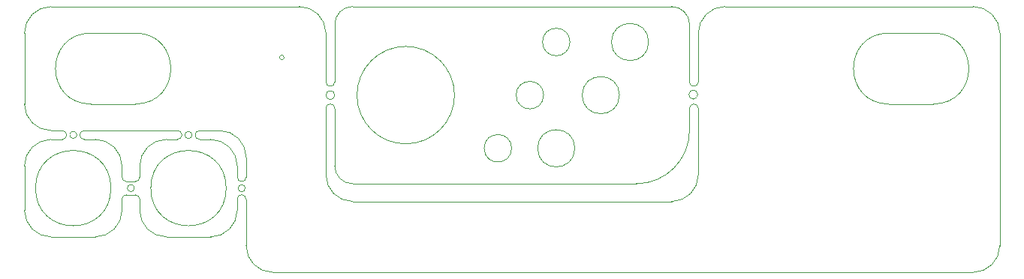
<source format=gko>
G04 Layer_Color=16711935*
%FSLAX43Y43*%
%MOMM*%
G71*
G01*
G75*
%ADD30C,0.013*%
D30*
X5965Y15557D02*
G03*
X5965Y15557I-400J0D01*
G01*
X18965D02*
G03*
X18965Y15557I-400J0D01*
G01*
X24965Y9557D02*
G03*
X24965Y9557I-400J0D01*
G01*
X12465D02*
G03*
X12465Y9557I-400J0D01*
G01*
X21065Y4057D02*
G03*
X24065Y7057I0J3000D01*
G01*
X25065Y8307D02*
G03*
X24065Y8307I-500J0D01*
G01*
X25065Y3057D02*
G03*
X28065Y57I3000J0D01*
G01*
X107065D02*
G03*
X110065Y3057I0J3000D01*
G01*
Y27057D02*
G03*
X107065Y30057I-3000J0D01*
G01*
X79065D02*
G03*
X76065Y27057I0J-3000D01*
G01*
X75065Y21557D02*
G03*
X76065Y21557I500J0D01*
G01*
X75065Y28057D02*
G03*
X73065Y30057I-2000J0D01*
G01*
X37065D02*
G03*
X35065Y28057I0J-2000D01*
G01*
X34065Y21557D02*
G03*
X35065Y21557I500J0D01*
G01*
X34065Y27057D02*
G03*
X31065Y30057I-3000J0D01*
G01*
X3065D02*
G03*
X65Y27057I0J-3000D01*
G01*
Y19057D02*
G03*
X3065Y16057I3000J0D01*
G01*
X4315Y15057D02*
G03*
X4315Y16057I0J500D01*
G01*
X3065Y15057D02*
G03*
X65Y12057I0J-3000D01*
G01*
Y7057D02*
G03*
X3065Y4057I3000J0D01*
G01*
X8065D02*
G03*
X11065Y7057I0J3000D01*
G01*
X11565Y8807D02*
G03*
X11065Y8307I0J-500D01*
G01*
X13065D02*
G03*
X12565Y8807I-500J0D01*
G01*
X13065Y7057D02*
G03*
X16065Y4057I3000J0D01*
G01*
X11065Y10807D02*
G03*
X11565Y10307I500J0D01*
G01*
X11065Y12057D02*
G03*
X8065Y15057I-3000J0D01*
G01*
X6815Y16057D02*
G03*
X6815Y15057I0J-500D01*
G01*
X17315D02*
G03*
X17315Y16057I0J500D01*
G01*
X16065Y15057D02*
G03*
X13065Y12057I0J-3000D01*
G01*
X12565Y10307D02*
G03*
X13065Y10807I0J500D01*
G01*
X24065D02*
G03*
X25065Y10807I500J0D01*
G01*
X24065Y12057D02*
G03*
X21065Y15057I-3000J0D01*
G01*
X19815Y16057D02*
G03*
X19815Y15057I0J-500D01*
G01*
X25065Y13057D02*
G03*
X22065Y16057I-3000J0D01*
G01*
X35065Y20057D02*
G03*
X35065Y20057I-500J0D01*
G01*
X75997Y20117D02*
G03*
X75997Y20117I-500J0D01*
G01*
X61586Y26057D02*
G03*
X61586Y26057I-1550J0D01*
G01*
X58615Y20057D02*
G03*
X58615Y20057I-1550J0D01*
G01*
X55008Y14057D02*
G03*
X55008Y14057I-1550J0D01*
G01*
X29348Y24313D02*
G03*
X29348Y24313I-250J0D01*
G01*
X67165Y20057D02*
G03*
X67165Y20057I-2100J0D01*
G01*
X62136Y14057D02*
G03*
X62136Y14057I-2100J0D01*
G01*
X70464Y26057D02*
G03*
X70464Y26057I-2100J0D01*
G01*
X48565Y20057D02*
G03*
X48565Y20057I-5500J0D01*
G01*
X102565Y19057D02*
G03*
X102565Y27057I0J4000D01*
G01*
X97565D02*
G03*
X97565Y19057I0J-4000D01*
G01*
X12565D02*
G03*
X12565Y27057I0J4000D01*
G01*
X7565D02*
G03*
X7565Y19057I0J-4000D01*
G01*
X69065Y10057D02*
G03*
X75065Y16057I0J6000D01*
G01*
X76065Y18557D02*
G03*
X75065Y18557I-500J0D01*
G01*
X73065Y8057D02*
G03*
X76065Y11057I0J3000D01*
G01*
X34065D02*
G03*
X37065Y8057I3000J0D01*
G01*
X35065Y18557D02*
G03*
X34065Y18557I-500J0D01*
G01*
X35065Y12057D02*
G03*
X37065Y10057I2000J0D01*
G01*
X9815Y9557D02*
G03*
X9815Y9557I-4250J0D01*
G01*
X22815D02*
G03*
X22815Y9557I-4250J0D01*
G01*
X16065Y4057D02*
X21065D01*
X24065Y7057D02*
Y8307D01*
X25065Y3057D02*
Y8307D01*
X28065Y57D02*
X107065D01*
X110065Y3057D02*
Y27057D01*
X79065Y30057D02*
X107065D01*
X76065Y21557D02*
Y27057D01*
X75065Y21557D02*
Y28057D01*
X37065Y30057D02*
X73065D01*
X35065Y21557D02*
Y28057D01*
X34065Y21557D02*
Y27057D01*
X3065Y30057D02*
X31065D01*
X65Y19057D02*
Y27057D01*
X3065Y16057D02*
X4315D01*
X3065Y15057D02*
X4315D01*
X65Y7057D02*
Y12057D01*
X3065Y4057D02*
X8065D01*
X11065Y7057D02*
Y8307D01*
X11565Y8807D02*
X12565D01*
X13065Y7057D02*
Y8307D01*
X11565Y10307D02*
X12565D01*
X11065Y10807D02*
Y12057D01*
X6815Y15057D02*
X8065D01*
X6815Y16057D02*
X17315D01*
X16065Y15057D02*
X17315D01*
X13065Y10807D02*
Y12057D01*
X25065Y10807D02*
Y13057D01*
X24065Y10807D02*
Y12057D01*
X19815Y15057D02*
X21065D01*
X19815Y16057D02*
X22065D01*
X97565Y19057D02*
X102565D01*
X97565Y27057D02*
X102565D01*
X7565Y19057D02*
X12565D01*
X7565Y27057D02*
X12565D01*
X37065Y10057D02*
X69065D01*
X75065Y16057D02*
Y18557D01*
X76065Y11057D02*
Y18557D01*
X37065Y8057D02*
X73065D01*
X34065Y11057D02*
Y18557D01*
X35065Y12057D02*
Y18557D01*
M02*

</source>
